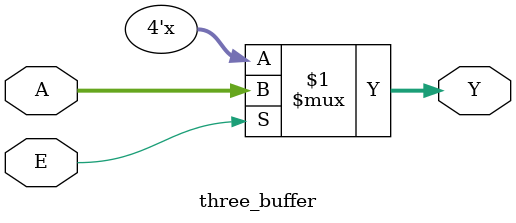
<source format=v>
module three_buffer 
    #(parameter n = 4)
    (input E,
    input [n-1:0] A,
    output[n-1:0] Y
    );
    assign Y = E ? A : {n{1'bz}} ;
endmodule
</source>
